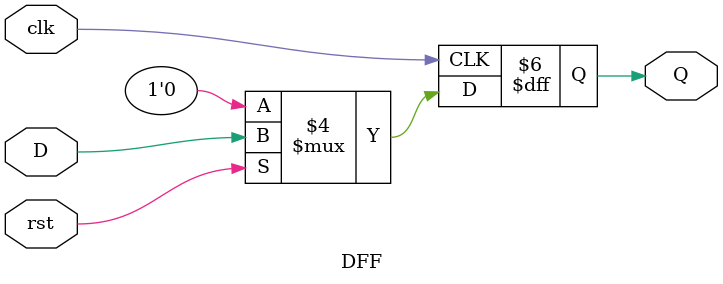
<source format=v>
module DFF #(parameter width = 1)(
    input wire [width-1:0] D,
    output reg [width-1:0] Q,
    input wire clk,
    input wire rst
);

always @(posedge clk)begin
    if(!rst)    Q<=1'b0;
    else        Q<=D;
end

endmodule

</source>
